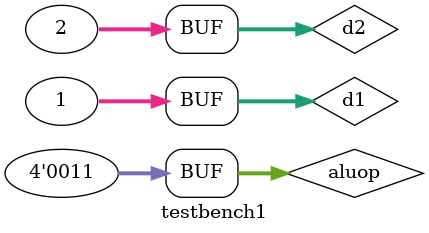
<source format=v>

module ALU(input [31:0] data1,data2,input [3:0] aluoperation,output reg [31:0] result,output reg zero,lt,gt);

  always@(aluoperation,data1,data2)
  begin
    case (aluoperation)
      4'b0010 : result = data1 + data2; // ADD
      4'b0011 : result = data1 - data2; // SUB
      4'b0000 : result = data1 & data2; // AND
      4'b0001 : result = data1 | data2; // OR
      4'b0100 : result = data1 ^ data2; // XOR
      4'b0111 : begin    
                if(data1 < data2) begin
			result = 32'd1;
                end else begin
			result = 32'd0;
		end
		end	                //SLT
      default : result = data1 + data2; // ADD
    endcase
    
    if(data1>data2)
      begin
       gt = 1'b1;
       lt = 1'b0; 
      end else if(data1<data2)
      begin
       gt = 1'b0;
       lt = 1'b1;  
      end
      
    if (result==32'd0) zero=1'b1;
    else zero=1'b0;
     
  end
  

endmodule

module testbench1;
  
  reg [31:0] d1,d2;  /* d1=data1, d2=data2 */
  reg [3:0] aluop;   /* aluop=aluoperation */
  
  wire [31:0] r; /* r=result */
  wire gt,lt,z; /* z=zero */
  
  ALU u0(d1, d2, aluop, r, z, lt, gt);
  
  initial begin
    
    #5
    d1=31'd1;
    d2=31'd2;
    aluop=4'b0000;
    
    #20
    aluop=4'b0011;
  end
  
  initial repeat(1000)#2 d1=d1+1;
  
endmodule

</source>
